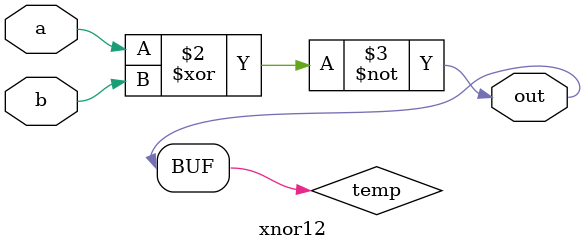
<source format=v>
module xnor12 (
    input wire a,
    input wire b,
    output wire out
);

    reg temp;
    always @(*) begin
        temp = ~(a ^ b);
    end
    
    assign out = temp;
    
endmodule

</source>
